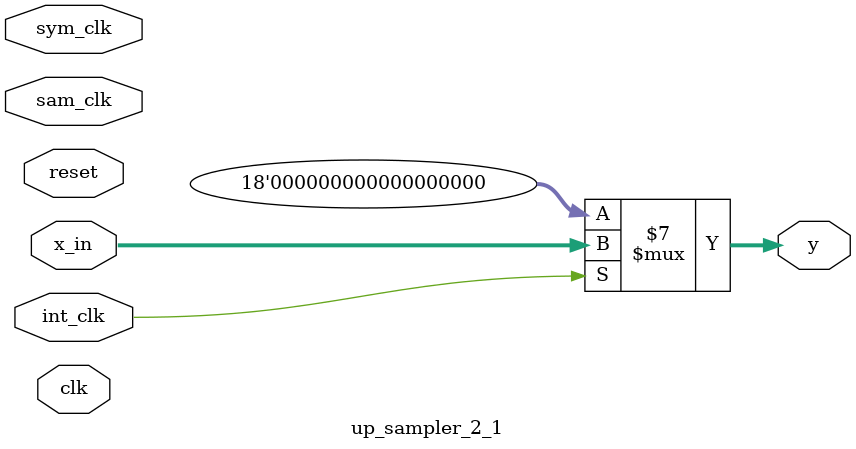
<source format=v>
module up_sampler_2_1(
    input clk,
	 input sam_clk,
     input int_clk,
     input sym_clk,
	input reset,
	input signed [17:0] x_in,
	output reg signed [17:0] y   
);

reg sampler;
reg counter;


always @ *
    case(counter)
    1'b0: sampler <= 1;
    default: sampler <= 0;
    endcase

always @ (posedge clk)
begin
    if (reset||sam_clk)
        counter <= 1'b0;
    else
        counter = counter + 1'b1;
end

always @ *
if(int_clk)
    y <= x_in;
else
y<=18'sd0;

endmodule
</source>
